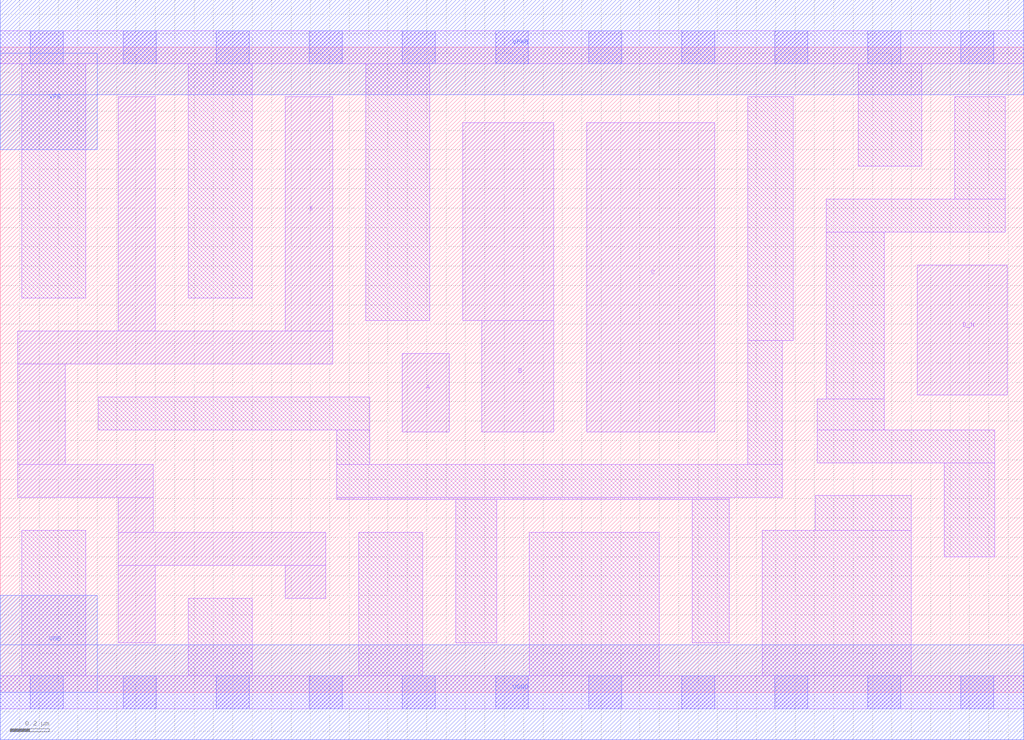
<source format=lef>
# Copyright 2020 The SkyWater PDK Authors
#
# Licensed under the Apache License, Version 2.0 (the "License");
# you may not use this file except in compliance with the License.
# You may obtain a copy of the License at
#
#     https://www.apache.org/licenses/LICENSE-2.0
#
# Unless required by applicable law or agreed to in writing, software
# distributed under the License is distributed on an "AS IS" BASIS,
# WITHOUT WARRANTIES OR CONDITIONS OF ANY KIND, either express or implied.
# See the License for the specific language governing permissions and
# limitations under the License.
#
# SPDX-License-Identifier: Apache-2.0

VERSION 5.5 ;
NAMESCASESENSITIVE ON ;
BUSBITCHARS "[]" ;
DIVIDERCHAR "/" ;
MACRO sky130_fd_sc_lp__or4b_4
  CLASS CORE ;
  SOURCE USER ;
  ORIGIN  0.000000  0.000000 ;
  SIZE  5.280000 BY  3.330000 ;
  SYMMETRY X Y R90 ;
  SITE unit ;
  PIN A
    ANTENNAGATEAREA  0.315000 ;
    DIRECTION INPUT ;
    USE SIGNAL ;
    PORT
      LAYER li1 ;
        RECT 2.075000 1.345000 2.315000 1.750000 ;
    END
  END A
  PIN B
    ANTENNAGATEAREA  0.315000 ;
    DIRECTION INPUT ;
    USE SIGNAL ;
    PORT
      LAYER li1 ;
        RECT 2.385000 1.920000 2.855000 2.940000 ;
        RECT 2.485000 1.345000 2.855000 1.920000 ;
    END
  END B
  PIN C
    ANTENNAGATEAREA  0.315000 ;
    DIRECTION INPUT ;
    USE SIGNAL ;
    PORT
      LAYER li1 ;
        RECT 3.025000 1.345000 3.685000 2.940000 ;
    END
  END C
  PIN D_N
    ANTENNAGATEAREA  0.126000 ;
    DIRECTION INPUT ;
    USE SIGNAL ;
    PORT
      LAYER li1 ;
        RECT 4.730000 1.535000 5.195000 2.205000 ;
    END
  END D_N
  PIN X
    ANTENNADIFFAREA  1.176000 ;
    DIRECTION OUTPUT ;
    USE SIGNAL ;
    PORT
      LAYER li1 ;
        RECT 0.090000 1.005000 0.790000 1.175000 ;
        RECT 0.090000 1.175000 0.335000 1.695000 ;
        RECT 0.090000 1.695000 1.715000 1.865000 ;
        RECT 0.610000 0.255000 0.800000 0.655000 ;
        RECT 0.610000 0.655000 1.680000 0.825000 ;
        RECT 0.610000 0.825000 0.790000 1.005000 ;
        RECT 0.610000 1.865000 0.800000 3.075000 ;
        RECT 1.470000 0.485000 1.680000 0.655000 ;
        RECT 1.470000 1.865000 1.715000 3.075000 ;
    END
  END X
  PIN VGND
    DIRECTION INOUT ;
    USE GROUND ;
    PORT
      LAYER met1 ;
        RECT 0.000000 -0.245000 5.280000 0.245000 ;
    END
  END VGND
  PIN VNB
    DIRECTION INOUT ;
    USE GROUND ;
    PORT
    END
  END VNB
  PIN VPB
    DIRECTION INOUT ;
    USE POWER ;
    PORT
    END
  END VPB
  PIN VNB
    DIRECTION INOUT ;
    USE GROUND ;
    PORT
      LAYER met1 ;
        RECT 0.000000 0.000000 0.500000 0.500000 ;
    END
  END VNB
  PIN VPB
    DIRECTION INOUT ;
    USE POWER ;
    PORT
      LAYER met1 ;
        RECT 0.000000 2.800000 0.500000 3.300000 ;
    END
  END VPB
  PIN VPWR
    DIRECTION INOUT ;
    USE POWER ;
    PORT
      LAYER met1 ;
        RECT 0.000000 3.085000 5.280000 3.575000 ;
    END
  END VPWR
  OBS
    LAYER li1 ;
      RECT 0.000000 -0.085000 5.280000 0.085000 ;
      RECT 0.000000  3.245000 5.280000 3.415000 ;
      RECT 0.110000  0.085000 0.440000 0.835000 ;
      RECT 0.110000  2.035000 0.440000 3.245000 ;
      RECT 0.505000  1.355000 1.905000 1.525000 ;
      RECT 0.970000  0.085000 1.300000 0.485000 ;
      RECT 0.970000  2.035000 1.300000 3.245000 ;
      RECT 1.735000  0.995000 3.760000 1.005000 ;
      RECT 1.735000  1.005000 4.035000 1.175000 ;
      RECT 1.735000  1.175000 1.905000 1.355000 ;
      RECT 1.850000  0.085000 2.180000 0.825000 ;
      RECT 1.885000  1.920000 2.215000 3.245000 ;
      RECT 2.350000  0.255000 2.560000 0.995000 ;
      RECT 2.730000  0.085000 3.400000 0.825000 ;
      RECT 3.570000  0.255000 3.760000 0.995000 ;
      RECT 3.855000  1.175000 4.035000 1.815000 ;
      RECT 3.855000  1.815000 4.090000 3.075000 ;
      RECT 3.930000  0.085000 4.700000 0.835000 ;
      RECT 4.205000  0.835000 4.700000 1.015000 ;
      RECT 4.215000  1.185000 5.130000 1.355000 ;
      RECT 4.215000  1.355000 4.560000 1.515000 ;
      RECT 4.260000  1.515000 4.560000 2.375000 ;
      RECT 4.260000  2.375000 5.185000 2.545000 ;
      RECT 4.425000  2.715000 4.755000 3.245000 ;
      RECT 4.870000  0.700000 5.130000 1.185000 ;
      RECT 4.925000  2.545000 5.185000 3.075000 ;
    LAYER mcon ;
      RECT 0.155000 -0.085000 0.325000 0.085000 ;
      RECT 0.155000  3.245000 0.325000 3.415000 ;
      RECT 0.635000 -0.085000 0.805000 0.085000 ;
      RECT 0.635000  3.245000 0.805000 3.415000 ;
      RECT 1.115000 -0.085000 1.285000 0.085000 ;
      RECT 1.115000  3.245000 1.285000 3.415000 ;
      RECT 1.595000 -0.085000 1.765000 0.085000 ;
      RECT 1.595000  3.245000 1.765000 3.415000 ;
      RECT 2.075000 -0.085000 2.245000 0.085000 ;
      RECT 2.075000  3.245000 2.245000 3.415000 ;
      RECT 2.555000 -0.085000 2.725000 0.085000 ;
      RECT 2.555000  3.245000 2.725000 3.415000 ;
      RECT 3.035000 -0.085000 3.205000 0.085000 ;
      RECT 3.035000  3.245000 3.205000 3.415000 ;
      RECT 3.515000 -0.085000 3.685000 0.085000 ;
      RECT 3.515000  3.245000 3.685000 3.415000 ;
      RECT 3.995000 -0.085000 4.165000 0.085000 ;
      RECT 3.995000  3.245000 4.165000 3.415000 ;
      RECT 4.475000 -0.085000 4.645000 0.085000 ;
      RECT 4.475000  3.245000 4.645000 3.415000 ;
      RECT 4.955000 -0.085000 5.125000 0.085000 ;
      RECT 4.955000  3.245000 5.125000 3.415000 ;
  END
END sky130_fd_sc_lp__or4b_4
END LIBRARY

</source>
